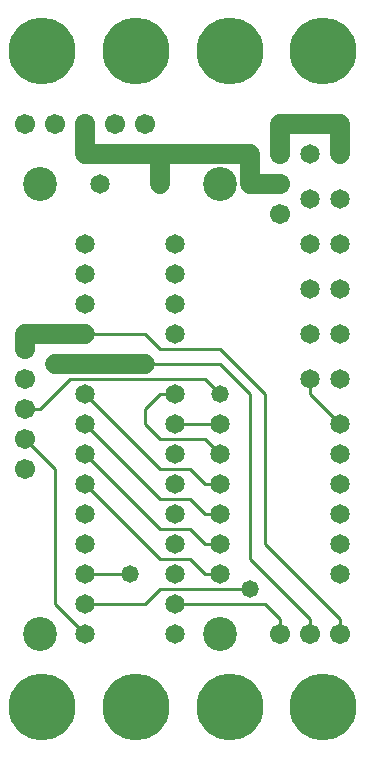
<source format=gbl>
%MOIN*%
%FSLAX25Y25*%
G04 D10 used for Character Trace; *
G04     Circle (OD=.01000) (No hole)*
G04 D11 used for Power Trace; *
G04     Circle (OD=.06700) (No hole)*
G04 D12 used for Signal Trace; *
G04     Circle (OD=.01100) (No hole)*
G04 D13 used for Via; *
G04     Circle (OD=.05800) (Round. Hole ID=.02800)*
G04 D14 used for Component hole; *
G04     Circle (OD=.06500) (Round. Hole ID=.03500)*
G04 D15 used for Component hole; *
G04     Circle (OD=.06700) (Round. Hole ID=.04300)*
G04 D16 used for Component hole; *
G04     Circle (OD=.08100) (Round. Hole ID=.05100)*
G04 D17 used for Component hole; *
G04     Circle (OD=.08900) (Round. Hole ID=.05900)*
G04 D18 used for Component hole; *
G04     Circle (OD=.11300) (Round. Hole ID=.08300)*
G04 D19 used for Component hole; *
G04     Circle (OD=.16000) (Round. Hole ID=.13000)*
G04 D20 used for Component hole; *
G04     Circle (OD=.18300) (Round. Hole ID=.15300)*
G04 D21 used for Component hole; *
G04     Circle (OD=.22291) (Round. Hole ID=.19291)*
%ADD10C,.01000*%
%ADD11C,.06700*%
%ADD12C,.01100*%
%ADD13C,.05800*%
%ADD14C,.06500*%
%ADD15C,.06700*%
%ADD16C,.08100*%
%ADD17C,.08900*%
%ADD18C,.11300*%
%ADD19C,.16000*%
%ADD20C,.18300*%
%ADD21C,.22291*%
%IPPOS*%
%LPD*%
G90*X0Y0D02*D21*X15625Y15625D03*D14*              
X30000Y40000D03*D12*X20000Y50000D01*Y95000D01*    
X10000Y105000D01*D15*D03*D12*Y115000D02*X15000D01*
D15*X10000D03*D12*X15000D02*X25000Y125000D01*     
X70000D01*X75000Y120000D01*D13*D03*D12*           
X85000Y65000D02*Y120000D01*X105000Y45000D02*      
X85000Y65000D01*X105000Y40000D02*Y45000D01*D15*   
Y40000D03*D12*X95000D02*Y45000D01*D15*Y40000D03*  
D12*Y45000D02*X90000Y50000D01*X60000D01*D14*D03*  
D12*X50000D02*X55000Y55000D01*X30000Y50000D02*    
X50000D01*D14*X30000D03*Y60000D03*D12*X45000D01*  
D13*D03*D12*X55000Y55000D02*X85000D01*D13*D03*D14*
X75000Y60000D03*D12*X70000D01*X65000Y65000D01*    
X55000D01*X30000Y90000D01*D14*D03*Y100000D03*D12* 
X55000Y75000D01*X65000D01*X70000Y70000D01*        
X75000D01*D14*D03*Y80000D03*D12*X70000D01*        
X65000Y85000D01*X55000D01*X30000Y110000D01*D14*   
D03*Y120000D03*D12*X55000Y95000D01*X65000D01*     
X70000Y90000D01*X75000D01*D14*D03*Y100000D03*D12* 
X70000Y105000D01*X55000D01*X50000Y110000D01*      
Y115000D01*X55000Y120000D01*X60000D01*D14*D03*D13*
X50000Y130000D03*D11*X20000D01*D13*D03*D14*       
X30000Y140000D03*D11*X10000D01*Y135000D01*D15*D03*
Y125000D03*D12*X30000Y140000D02*X50000D01*        
X55000Y135000D01*X75000D01*X90000Y120000D01*      
Y70000D01*X115000Y45000D01*Y40000D01*D15*D03*D14* 
Y60000D03*D21*X109375Y15625D03*D14*               
X115000Y70000D03*D21*X78125Y15625D03*D14*         
X115000Y80000D03*D18*X75000Y40000D03*D14*         
X115000Y90000D03*X60000D03*Y80000D03*Y70000D03*   
Y60000D03*Y40000D03*X115000Y100000D03*X60000D03*  
X115000Y110000D03*D12*X105000Y120000D01*          
Y125000D01*D14*D03*X115000D03*Y140000D03*         
X105000D03*D12*X85000Y120000D02*X75000Y130000D01* 
X50000D01*D14*X60000Y140000D03*X30000Y150000D03*  
X60000D03*Y110000D03*D12*X75000D01*D14*D03*       
X115000Y155000D03*X105000D03*X30000Y80000D03*     
Y70000D03*X60000Y160000D03*X30000D03*             
X115000Y170000D03*X105000D03*X60000D03*X30000D03* 
D15*X10000Y95000D03*D18*X15000Y40000D03*D15*      
X95000Y180000D03*D14*X115000Y185000D03*X105000D03*
D15*X95000Y190000D03*D11*X85000D01*Y200000D01*    
X55000D01*Y190000D01*D14*D03*D11*X30000Y200000D02*
X55000D01*X30000D02*Y210000D01*D15*D03*X40000D03* 
X20000D03*D18*X15000Y190000D03*D15*               
X50000Y210000D03*X10000D03*D14*X35000Y190000D03*  
D21*X46875Y234375D03*X15625D03*D18*               
X75000Y190000D03*D21*X78125Y234375D03*D15*        
X95000Y200000D03*D11*Y210000D01*X115000D01*       
Y200000D01*D14*D03*X105000D03*D21*                
X109375Y234375D03*X46875Y15625D03*M02*            

</source>
